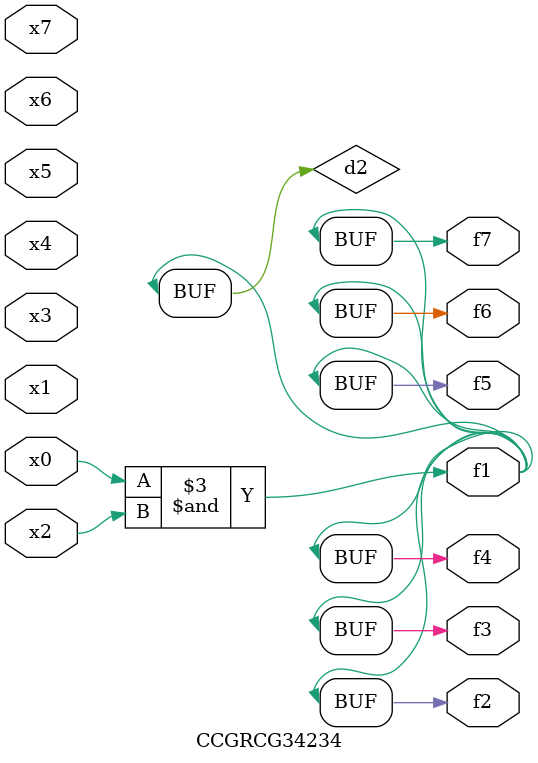
<source format=v>
module CCGRCG34234(
	input x0, x1, x2, x3, x4, x5, x6, x7,
	output f1, f2, f3, f4, f5, f6, f7
);

	wire d1, d2;

	nor (d1, x3, x6);
	and (d2, x0, x2);
	assign f1 = d2;
	assign f2 = d2;
	assign f3 = d2;
	assign f4 = d2;
	assign f5 = d2;
	assign f6 = d2;
	assign f7 = d2;
endmodule

</source>
